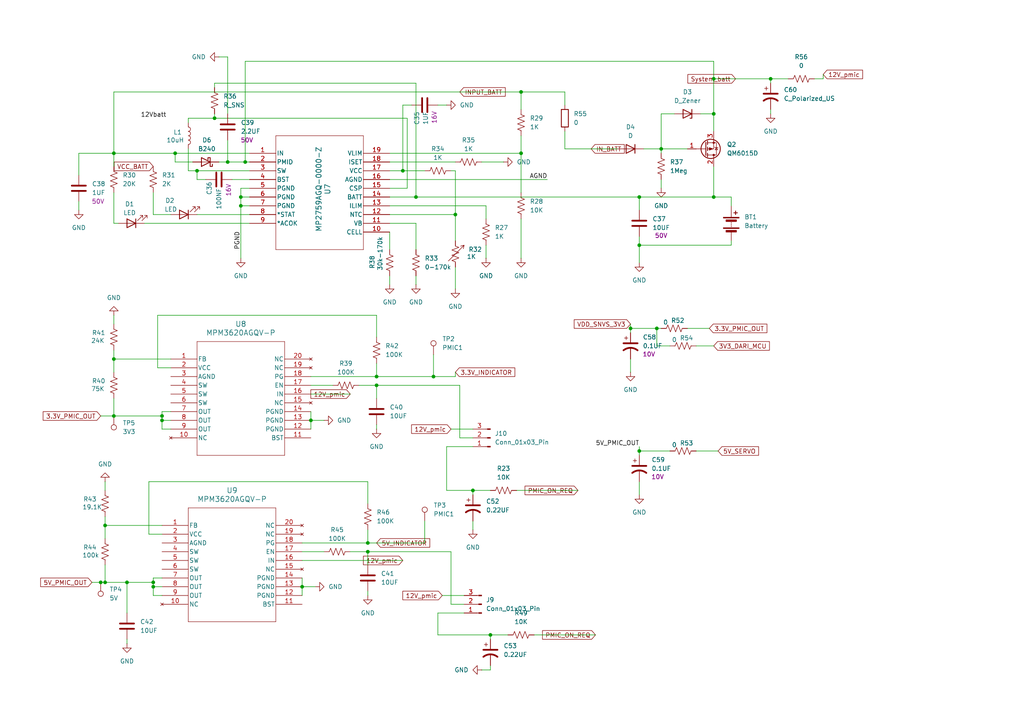
<source format=kicad_sch>
(kicad_sch (version 20231120) (generator "eeschema") (generator_version "8.0")
  (paper "A4")
  (lib_symbols
    (symbol "Connector:Conn_01x03_Pin" (pin_names (offset 1.016) hide)
      (property "Reference" "J" (at 0 5.08 0))
      (property "Value" "Conn_01x03_Pin" (at 0 -5.08 0))
      (symbol "Conn_01x03_Pin_1_1"
        (polyline (pts (xy 1.27 -2.54) (xy 0.8636 -2.54)) (stroke (width 0.1524)))
        (polyline (pts (xy 1.27 0) (xy 0.8636 0)) (stroke (width 0.1524)))
        (polyline (pts (xy 1.27 2.54) (xy 0.8636 2.54)) (stroke (width 0.1524)))
        (rectangle (start 0.8636 -2.413) (end 0 -2.667) (stroke (width 0.1524)) (fill (type outline)))
        (rectangle (start 0.8636 0.127) (end 0 -0.127) (stroke (width 0.1524)) (fill (type outline)))
        (rectangle (start 0.8636 2.667) (end 0 2.413) (stroke (width 0.1524)) (fill (type outline)))
        (pin passive line (at 5.08 2.54 180) (length 3.81) (name "Pin_1") (number "1"))
        (pin passive line (at 5.08 0 180) (length 3.81) (name "Pin_2") (number "2"))
        (pin passive line (at 5.08 -2.54 180) (length 3.81) (name "Pin_3") (number "3"))
      )
    )
    (symbol "Connector:TestPoint" (pin_numbers hide) (pin_names (offset 0.762) hide)
      (property "Reference" "TP" (at 0 6.858 0))
      (property "Value" "TestPoint" (at 0 5.08 0))
      (symbol "TestPoint_0_1"
        (circle (center 0 3.302) (radius 0.762))
      )
      (symbol "TestPoint_1_1"
        (pin passive line (at 0 0 90) (length 2.54) (name "1") (number "1"))
      )
    )
    (symbol "Device:Battery" (pin_numbers hide) (pin_names (offset 0) hide)
      (property "Reference" "BT" (at 2.54 2.54 0))
      (property "Value" "Battery" (at 2.54 0 0))
      (symbol "Battery_0_1"
        (rectangle (start -2.286 -1.27) (end 2.286 -1.524) (fill (type outline)))
        (rectangle (start -2.286 1.778) (end 2.286 1.524) (fill (type outline)))
        (rectangle (start -1.524 -2.032) (end 1.524 -2.54) (fill (type outline)))
        (rectangle (start -1.524 1.016) (end 1.524 0.508) (fill (type outline)))
        (polyline (pts (xy 0 -1.016) (xy 0 -0.762)))
        (polyline (pts (xy 0 -0.508) (xy 0 -0.254)))
        (polyline (pts (xy 0 0) (xy 0 0.254)))
        (polyline (pts (xy 0 1.778) (xy 0 2.54)))
        (polyline (pts (xy 0.762 3.048) (xy 1.778 3.048)) (stroke (width 0.254)))
        (polyline (pts (xy 1.27 3.556) (xy 1.27 2.54)) (stroke (width 0.254)))
      )
      (symbol "Battery_1_1"
        (pin passive line (at 0 5.08 270) (length 2.54) (name "+") (number "1"))
        (pin passive line (at 0 -5.08 90) (length 2.54) (name "-") (number "2"))
      )
    )
    (symbol "Device:C" (pin_numbers hide) (pin_names (offset 0.254))
      (property "Reference" "C" (at 0.635 2.54 0))
      (property "Value" "C" (at 0.635 -2.54 0))
      (symbol "C_0_1"
        (polyline (pts (xy -2.032 -0.762) (xy 2.032 -0.762)) (stroke (width 0.508)))
        (polyline (pts (xy -2.032 0.762) (xy 2.032 0.762)) (stroke (width 0.508)))
      )
      (symbol "C_1_1"
        (pin passive line (at 0 3.81 270) (length 2.794) (name "~") (number "1"))
        (pin passive line (at 0 -3.81 90) (length 2.794) (name "~") (number "2"))
      )
    )
    (symbol "Device:C_Polarized_US" (pin_numbers hide) (pin_names (offset 0.254) hide)
      (property "Reference" "C" (at 0.635 2.54 0))
      (property "Value" "C_Polarized_US" (at 0.635 -2.54 0))
      (symbol "C_Polarized_US_0_1"
        (polyline (pts (xy -2.032 0.762) (xy 2.032 0.762)) (stroke (width 0.508)))
        (polyline (pts (xy -1.778 2.286) (xy -0.762 2.286)))
        (polyline (pts (xy -1.27 1.778) (xy -1.27 2.794)))
        (arc (start 2.032 -1.27) (mid 0 -0.5572) (end -2.032 -1.27) (stroke (width 0.508)))
      )
      (symbol "C_Polarized_US_1_1"
        (pin passive line (at 0 3.81 270) (length 2.794) (name "~") (number "1"))
        (pin passive line (at 0 -3.81 90) (length 3.302) (name "~") (number "2"))
      )
    )
    (symbol "Device:D" (pin_numbers hide) (pin_names (offset 1.016) hide)
      (property "Reference" "D" (at 0 2.54 0))
      (property "Value" "D" (at 0 -2.54 0))
      (symbol "D_0_1"
        (polyline (pts (xy -1.27 1.27) (xy -1.27 -1.27)) (stroke (width 0.254)))
        (polyline (pts (xy 1.27 0) (xy -1.27 0)))
        (polyline (pts (xy 1.27 1.27) (xy 1.27 -1.27) (xy -1.27 0) (xy 1.27 1.27)) (stroke (width 0.254)))
      )
      (symbol "D_1_1"
        (pin passive line (at -3.81 0 0) (length 2.54) (name "K") (number "1"))
        (pin passive line (at 3.81 0 180) (length 2.54) (name "A") (number "2"))
      )
    )
    (symbol "Device:D_Zener" (pin_numbers hide) (pin_names (offset 1.016) hide)
      (property "Reference" "D" (at 0 2.54 0))
      (property "Value" "D_Zener" (at 0 -2.54 0))
      (symbol "D_Zener_0_1"
        (polyline (pts (xy 1.27 0) (xy -1.27 0)))
        (polyline (pts (xy -1.27 -1.27) (xy -1.27 1.27) (xy -0.762 1.27)) (stroke (width 0.254)))
        (polyline (pts (xy 1.27 -1.27) (xy 1.27 1.27) (xy -1.27 0) (xy 1.27 -1.27)) (stroke (width 0.254)))
      )
      (symbol "D_Zener_1_1"
        (pin passive line (at -3.81 0 0) (length 2.54) (name "K") (number "1"))
        (pin passive line (at 3.81 0 180) (length 2.54) (name "A") (number "2"))
      )
    )
    (symbol "Device:L" (pin_numbers hide) (pin_names (offset 1.016) hide)
      (property "Reference" "L" (at -1.27 0 90))
      (property "Value" "L" (at 1.905 0 90))
      (symbol "L_0_1"
        (arc (start 0 -2.54) (mid 0.6323 -1.905) (end 0 -1.27))
        (arc (start 0 -1.27) (mid 0.6323 -0.635) (end 0 0))
        (arc (start 0 0) (mid 0.6323 0.635) (end 0 1.27))
        (arc (start 0 1.27) (mid 0.6323 1.905) (end 0 2.54))
      )
      (symbol "L_1_1"
        (pin passive line (at 0 3.81 270) (length 1.27) (name "1") (number "1"))
        (pin passive line (at 0 -3.81 90) (length 1.27) (name "2") (number "2"))
      )
    )
    (symbol "Device:LED" (pin_numbers hide) (pin_names (offset 1.016) hide)
      (property "Reference" "D" (at 0 2.54 0))
      (property "Value" "LED" (at 0 -2.54 0))
      (symbol "LED_0_1"
        (polyline (pts (xy -1.27 -1.27) (xy -1.27 1.27)) (stroke (width 0.254)))
        (polyline (pts (xy -1.27 0) (xy 1.27 0)))
        (polyline (pts (xy 1.27 -1.27) (xy 1.27 1.27) (xy -1.27 0) (xy 1.27 -1.27)) (stroke (width 0.254)))
        (polyline (pts (xy -3.048 -0.762) (xy -4.572 -2.286) (xy -3.81 -2.286) (xy -4.572 -2.286) (xy -4.572 -1.524)))
        (polyline (pts (xy -1.778 -0.762) (xy -3.302 -2.286) (xy -2.54 -2.286) (xy -3.302 -2.286) (xy -3.302 -1.524)))
      )
      (symbol "LED_1_1"
        (pin passive line (at -3.81 0 0) (length 2.54) (name "K") (number "1"))
        (pin passive line (at 3.81 0 180) (length 2.54) (name "A") (number "2"))
      )
    )
    (symbol "Device:R" (pin_numbers hide) (pin_names (offset 0))
      (property "Reference" "R" (at 2.032 0 90))
      (property "Value" "R" (at 0 0 90))
      (symbol "R_0_1"
        (rectangle (start -1.016 -2.54) (end 1.016 2.54) (stroke (width 0.254)))
      )
      (symbol "R_1_1"
        (pin passive line (at 0 3.81 270) (length 1.27) (name "~") (number "1"))
        (pin passive line (at 0 -3.81 90) (length 1.27) (name "~") (number "2"))
      )
    )
    (symbol "Device:R_US" (pin_numbers hide) (pin_names (offset 0))
      (property "Reference" "R" (at 2.54 0 90))
      (property "Value" "R_US" (at -2.54 0 90))
      (symbol "R_US_0_1"
        (polyline (pts (xy 0 -2.286) (xy 0 -2.54)))
        (polyline (pts (xy 0 2.286) (xy 0 2.54)))
        (polyline (pts (xy 0 -0.762) (xy 1.016 -1.143) (xy 0 -1.524) (xy -1.016 -1.905) (xy 0 -2.286)))
        (polyline (pts (xy 0 0.762) (xy 1.016 0.381) (xy 0 0) (xy -1.016 -0.381) (xy 0 -0.762)))
        (polyline (pts (xy 0 2.286) (xy 1.016 1.905) (xy 0 1.524) (xy -1.016 1.143) (xy 0 0.762)))
      )
      (symbol "R_US_1_1"
        (pin passive line (at 0 3.81 270) (length 1.27) (name "~") (number "1"))
        (pin passive line (at 0 -3.81 90) (length 1.27) (name "~") (number "2"))
      )
    )
    (symbol "Device:R_Variable_US" (pin_numbers hide) (pin_names (offset 0))
      (property "Reference" "R" (at 2.54 -2.54 90))
      (property "Value" "R_Variable_US" (at -2.54 -1.27 90))
      (symbol "R_Variable_US_0_1"
        (polyline (pts (xy 0 -2.286) (xy 0 -2.54)))
        (polyline (pts (xy 0 2.286) (xy 0 2.54)))
        (polyline (pts (xy 0 -0.762) (xy 1.016 -1.143) (xy 0 -1.524) (xy -1.016 -1.905) (xy 0 -2.286)))
        (polyline (pts (xy 0 0.762) (xy 1.016 0.381) (xy 0 0) (xy -1.016 -0.381) (xy 0 -0.762)))
        (polyline (pts (xy 0 2.286) (xy 1.016 1.905) (xy 0 1.524) (xy -1.016 1.143) (xy 0 0.762)) (stroke (width 0.1524)))
        (polyline (pts (xy 2.286 1.524) (xy 2.54 2.54) (xy 1.524 2.286) (xy 2.54 2.54) (xy -2.032 -2.032)) (stroke (width 0.1524)))
      )
      (symbol "R_Variable_US_1_1"
        (pin passive line (at 0 3.81 270) (length 1.27) (name "~") (number "1"))
        (pin passive line (at 0 -3.81 90) (length 1.27) (name "~") (number "2"))
      )
    )
    (symbol "Diode:B240" (pin_numbers hide) (pin_names (offset 1.016) hide)
      (property "Reference" "D" (at 0 2.54 0))
      (property "Value" "B240" (at 0 -2.54 0))
      (symbol "B240_0_1"
        (polyline (pts (xy 1.27 0) (xy -1.27 0)))
        (polyline (pts (xy 1.27 1.27) (xy 1.27 -1.27) (xy -1.27 0) (xy 1.27 1.27)) (stroke (width 0.254)))
        (polyline (pts (xy -1.905 0.635) (xy -1.905 1.27) (xy -1.27 1.27) (xy -1.27 -1.27) (xy -0.635 -1.27) (xy -0.635 -0.635)) (stroke (width 0.254)))
      )
      (symbol "B240_1_1"
        (pin passive line (at -3.81 0 0) (length 2.54) (name "K") (number "1"))
        (pin passive line (at 3.81 0 180) (length 2.54) (name "A") (number "2"))
      )
    )
    (symbol "PMIC:MP2759AGQ-0000-Z" (pin_names (offset 0.254))
      (property "Reference" "U" (at 20.32 10.16 0))
      (property "Value" "MP2759AGQ-0000-Z" (at 20.32 7.62 0))
      (symbol "MP2759AGQ-0000-Z_0_1"
        (polyline (pts (xy 7.62 -27.94) (xy 33.02 -27.94)) (stroke (width 0.127)))
        (polyline (pts (xy 7.62 5.08) (xy 7.62 -27.94)) (stroke (width 0.127)))
        (polyline (pts (xy 33.02 -27.94) (xy 33.02 5.08)) (stroke (width 0.127)))
        (polyline (pts (xy 33.02 5.08) (xy 7.62 5.08)) (stroke (width 0.127)))
        (pin power_in line (at 0 0 0) (length 7.62) (name "IN") (number "1"))
        (pin input line (at 40.64 -22.86 180) (length 7.62) (name "CELL") (number "10"))
        (pin input line (at 40.64 -20.32 180) (length 7.62) (name "VB") (number "11"))
        (pin input line (at 40.64 -17.78 180) (length 7.62) (name "NTC") (number "12"))
        (pin input line (at 40.64 -15.24 180) (length 7.62) (name "ILIM") (number "13"))
        (pin input line (at 40.64 -12.7 180) (length 7.62) (name "BATT") (number "14"))
        (pin input line (at 40.64 -10.16 180) (length 7.62) (name "CSP") (number "15"))
        (pin power_in line (at 40.64 -7.62 180) (length 7.62) (name "AGND") (number "16"))
        (pin power_in line (at 40.64 -5.08 180) (length 7.62) (name "VCC") (number "17"))
        (pin input line (at 40.64 -2.54 180) (length 7.62) (name "ISET") (number "18"))
        (pin input line (at 40.64 0 180) (length 7.62) (name "VLIM") (number "19"))
        (pin power_in line (at 0 -2.54 0) (length 7.62) (name "PMID") (number "2"))
        (pin power_in line (at 0 -5.08 0) (length 7.62) (name "SW") (number "3"))
        (pin power_in line (at 0 -7.62 0) (length 7.62) (name "BST") (number "4"))
        (pin power_in line (at 0 -10.16 0) (length 7.62) (name "PGND") (number "5"))
        (pin power_in line (at 0 -12.7 0) (length 7.62) (name "PGND") (number "6"))
        (pin power_in line (at 0 -15.24 0) (length 7.62) (name "PGND") (number "7"))
        (pin output line (at 0 -17.78 0) (length 7.62) (name "*STAT") (number "8"))
        (pin output line (at 0 -20.32 0) (length 7.62) (name "*ACOK") (number "9"))
      )
    )
    (symbol "Transistor_FET:QM6015D" (pin_names hide)
      (property "Reference" "Q" (at 5.08 1.905 0))
      (property "Value" "QM6015D" (at 5.08 0 0))
      (symbol "QM6015D_0_1"
        (polyline (pts (xy 0.254 0) (xy -2.54 0)))
        (polyline (pts (xy 0.254 1.905) (xy 0.254 -1.905)) (stroke (width 0.254)))
        (polyline (pts (xy 0.762 -1.27) (xy 0.762 -2.286)) (stroke (width 0.254)))
        (polyline (pts (xy 0.762 0.508) (xy 0.762 -0.508)) (stroke (width 0.254)))
        (polyline (pts (xy 0.762 2.286) (xy 0.762 1.27)) (stroke (width 0.254)))
        (polyline (pts (xy 2.54 2.54) (xy 2.54 1.778)))
        (polyline (pts (xy 2.54 -2.54) (xy 2.54 0) (xy 0.762 0)))
        (polyline (pts (xy 0.762 1.778) (xy 3.302 1.778) (xy 3.302 -1.778) (xy 0.762 -1.778)))
        (polyline (pts (xy 2.286 0) (xy 1.27 0.381) (xy 1.27 -0.381) (xy 2.286 0)) (fill (type outline)))
        (polyline (pts (xy 2.794 -0.508) (xy 2.921 -0.381) (xy 3.683 -0.381) (xy 3.81 -0.254)))
        (polyline (pts (xy 3.302 -0.381) (xy 2.921 0.254) (xy 3.683 0.254) (xy 3.302 -0.381)))
        (circle (center 1.651 0) (radius 2.794) (stroke (width 0.254)))
        (circle (center 2.54 -1.778) (radius 0.254) (fill (type outline)))
        (circle (center 2.54 1.778) (radius 0.254) (fill (type outline)))
      )
      (symbol "QM6015D_1_1"
        (pin passive line (at -5.08 0 0) (length 2.54) (name "G") (number "1"))
        (pin passive line (at 2.54 5.08 270) (length 2.54) (name "D") (number "2"))
        (pin passive line (at 2.54 -5.08 90) (length 2.54) (name "S") (number "3"))
      )
    )
    (symbol "pmic2:MPM3620AGQV-P" (pin_names (offset 0.254))
      (property "Reference" "U" (at 20.32 10.16 0))
      (property "Value" "MPM3620AGQV-P" (at 20.32 7.62 0))
      (symbol "MPM3620AGQV-P_0_1"
        (polyline (pts (xy 7.62 -27.94) (xy 33.02 -27.94)) (stroke (width 0.127)))
        (polyline (pts (xy 7.62 5.08) (xy 7.62 -27.94)) (stroke (width 0.127)))
        (polyline (pts (xy 33.02 -27.94) (xy 33.02 5.08)) (stroke (width 0.127)))
        (polyline (pts (xy 33.02 5.08) (xy 7.62 5.08)) (stroke (width 0.127)))
        (pin input line (at 0 0 0) (length 7.62) (name "FB") (number "1"))
        (pin no_connect line (at 0 -22.86 0) (length 7.62) (name "NC") (number "10"))
        (pin unspecified line (at 40.64 -22.86 180) (length 7.62) (name "BST") (number "11"))
        (pin power_out line (at 40.64 -20.32 180) (length 7.62) (name "PGND") (number "12"))
        (pin power_out line (at 40.64 -17.78 180) (length 7.62) (name "PGND") (number "13"))
        (pin power_out line (at 40.64 -15.24 180) (length 7.62) (name "PGND") (number "14"))
        (pin no_connect line (at 40.64 -12.7 180) (length 7.62) (name "NC") (number "15"))
        (pin power_in line (at 40.64 -10.16 180) (length 7.62) (name "IN") (number "16"))
        (pin unspecified line (at 40.64 -7.62 180) (length 7.62) (name "EN") (number "17"))
        (pin output line (at 40.64 -5.08 180) (length 7.62) (name "PG") (number "18"))
        (pin no_connect line (at 40.64 -2.54 180) (length 7.62) (name "NC") (number "19"))
        (pin power_in line (at 0 -2.54 0) (length 7.62) (name "VCC") (number "2"))
        (pin no_connect line (at 40.64 0 180) (length 7.62) (name "NC") (number "20"))
        (pin power_out line (at 0 -5.08 0) (length 7.62) (name "AGND") (number "3"))
        (pin output line (at 0 -7.62 0) (length 7.62) (name "SW") (number "4"))
        (pin output line (at 0 -10.16 0) (length 7.62) (name "SW") (number "5"))
        (pin output line (at 0 -12.7 0) (length 7.62) (name "SW") (number "6"))
        (pin output line (at 0 -15.24 0) (length 7.62) (name "OUT") (number "7"))
        (pin output line (at 0 -17.78 0) (length 7.62) (name "OUT") (number "8"))
        (pin output line (at 0 -20.32 0) (length 7.62) (name "OUT") (number "9"))
      )
    )
    (symbol "power:GND" (power) (pin_numbers hide) (pin_names (offset 0) hide)
      (property "Value" "GND" (at 0 -3.81 0))
      (symbol "GND_0_1"
        (polyline (pts (xy 0 0) (xy 0 -1.27) (xy 1.27 -1.27) (xy 0 -2.54) (xy -1.27 -1.27) (xy 0 -1.27)))
      )
      (symbol "GND_1_1"
        (pin power_in line (at 0 0 270) (length 0) (name "~") (number "1"))
      )
    )
  )
  (junction (at 125.73 109.22))
  (junction (at 33.02 44.45))
  (junction (at 223.52 22.86))
  (junction (at 29.21 168.91))
  (junction (at 207.01 33.02))
  (junction (at 116.84 49.53))
  (junction (at 69.85 59.69))
  (junction (at 182.88 95.25))
  (junction (at 62.23 34.29))
  (junction (at 185.42 57.15))
  (junction (at 66.04 46.99))
  (junction (at 46.99 121.92))
  (junction (at 106.68 157.48))
  (junction (at 142.24 184.15))
  (junction (at 190.5 95.25))
  (junction (at 90.17 121.92))
  (junction (at 44.45 170.18))
  (junction (at 109.22 111.76))
  (junction (at 151.13 44.45))
  (junction (at 185.42 71.12))
  (junction (at 207.01 57.15))
  (junction (at 50.8 44.45))
  (junction (at 151.13 26.67))
  (junction (at 120.65 57.15))
  (junction (at 71.12 46.99))
  (junction (at 33.02 104.14))
  (junction (at 36.83 168.91))
  (junction (at 46.99 120.65))
  (junction (at 132.08 62.23))
  (junction (at 44.45 168.91))
  (junction (at 137.16 142.24))
  (junction (at 207.01 22.86))
  (junction (at 109.22 109.22))
  (junction (at 106.68 160.02))
  (junction (at 33.02 120.65))
  (junction (at 30.48 168.91))
  (junction (at 57.15 49.53))
  (junction (at 30.48 152.4))
  (junction (at 191.77 43.18))
  (junction (at 87.63 170.18))
  (junction (at 185.42 130.81))
  (junction (at 69.85 57.15))
  (wire (pts (xy 62.23 34.29) (xy 54.61 34.29)))
  (wire (pts (xy 29.21 120.65) (xy 33.02 120.65)))
  (wire (pts (xy 33.02 44.45) (xy 50.8 44.45)))
  (wire (pts (xy 46.99 120.65) (xy 46.99 121.92)))
  (wire (pts (xy 22.86 58.42) (xy 22.86 60.96)))
  (wire (pts (xy 104.14 111.76) (xy 109.22 111.76)))
  (wire (pts (xy 69.85 57.15) (xy 69.85 54.61)))
  (wire (pts (xy 123.19 157.48) (xy 106.68 157.48)))
  (wire (pts (xy 87.63 167.64) (xy 87.63 170.18)))
  (wire (pts (xy 62.23 24.13) (xy 62.23 25.4)))
  (wire (pts (xy 113.03 57.15) (xy 120.65 57.15)))
  (wire (pts (xy 129.54 129.54) (xy 137.16 129.54)))
  (wire (pts (xy 132.08 77.47) (xy 132.08 83.82)))
  (wire (pts (xy 130.81 49.53) (xy 132.08 49.53)))
  (wire (pts (xy 22.86 50.8) (xy 22.86 44.45)))
  (wire (pts (xy 113.03 44.45) (xy 151.13 44.45)))
  (wire (pts (xy 87.63 170.18) (xy 91.44 170.18)))
  (wire (pts (xy 44.45 167.64) (xy 46.99 167.64)))
  (wire (pts (xy 50.8 44.45) (xy 72.39 44.45)))
  (wire (pts (xy 44.45 170.18) (xy 44.45 172.72)))
  (wire (pts (xy 207.01 17.78) (xy 207.01 22.86)))
  (wire (pts (xy 223.52 22.86) (xy 228.6 22.86)))
  (wire (pts (xy 191.77 44.45) (xy 191.77 43.18)))
  (wire (pts (xy 185.42 139.7) (xy 185.42 143.51)))
  (wire (pts (xy 30.48 139.7) (xy 30.48 142.24)))
  (wire (pts (xy 69.85 59.69) (xy 69.85 57.15)))
  (wire (pts (xy 133.35 111.76) (xy 133.35 127)))
  (wire (pts (xy 207.01 33.02) (xy 203.2 33.02)))
  (wire (pts (xy 140.97 59.69) (xy 140.97 63.5)))
  (wire (pts (xy 113.03 52.07) (xy 158.75 52.07)))
  (wire (pts (xy 125.73 102.87) (xy 125.73 109.22)))
  (wire (pts (xy 208.28 130.81) (xy 201.93 130.81)))
  (wire (pts (xy 106.68 139.7) (xy 106.68 146.05)))
  (wire (pts (xy 130.81 160.02) (xy 106.68 160.02)))
  (wire (pts (xy 44.45 168.91) (xy 44.45 170.18)))
  (wire (pts (xy 109.22 111.76) (xy 109.22 115.57)))
  (wire (pts (xy 113.03 49.53) (xy 116.84 49.53)))
  (wire (pts (xy 33.02 115.57) (xy 33.02 120.65)))
  (wire (pts (xy 90.17 114.3) (xy 101.6 114.3)))
  (wire (pts (xy 137.16 142.24) (xy 142.24 142.24)))
  (wire (pts (xy 44.45 172.72) (xy 46.99 172.72)))
  (wire (pts (xy 29.21 168.91) (xy 30.48 168.91)))
  (wire (pts (xy 57.15 52.07) (xy 57.15 49.53)))
  (wire (pts (xy 212.09 69.85) (xy 212.09 71.12)))
  (wire (pts (xy 120.65 24.13) (xy 120.65 57.15)))
  (wire (pts (xy 128.27 172.72) (xy 134.62 172.72)))
  (wire (pts (xy 113.03 62.23) (xy 132.08 62.23)))
  (wire (pts (xy 191.77 33.02) (xy 191.77 43.18)))
  (wire (pts (xy 151.13 39.37) (xy 151.13 44.45)))
  (wire (pts (xy 54.61 34.29) (xy 54.61 35.56)))
  (wire (pts (xy 33.02 44.45) (xy 33.02 48.26)))
  (wire (pts (xy 57.15 49.53) (xy 72.39 49.53)))
  (wire (pts (xy 66.04 46.99) (xy 71.12 46.99)))
  (wire (pts (xy 109.22 91.44) (xy 109.22 97.79)))
  (wire (pts (xy 185.42 57.15) (xy 120.65 57.15)))
  (wire (pts (xy 120.65 24.13) (xy 62.23 24.13)))
  (wire (pts (xy 130.81 124.46) (xy 137.16 124.46)))
  (wire (pts (xy 130.81 160.02) (xy 130.81 175.26)))
  (wire (pts (xy 45.72 91.44) (xy 109.22 91.44)))
  (wire (pts (xy 30.48 163.83) (xy 30.48 168.91)))
  (wire (pts (xy 116.84 49.53) (xy 116.84 30.48)))
  (wire (pts (xy 101.6 160.02) (xy 106.68 160.02)))
  (wire (pts (xy 33.02 91.44) (xy 33.02 93.98)))
  (wire (pts (xy 54.61 43.18) (xy 54.61 49.53)))
  (wire (pts (xy 57.15 62.23) (xy 72.39 62.23)))
  (wire (pts (xy 137.16 151.13) (xy 137.16 153.67)))
  (wire (pts (xy 154.94 184.15) (xy 172.72 184.15)))
  (wire (pts (xy 41.91 64.77) (xy 72.39 64.77)))
  (wire (pts (xy 113.03 54.61) (xy 118.11 54.61)))
  (wire (pts (xy 46.99 154.94) (xy 43.18 154.94)))
  (wire (pts (xy 120.65 64.77) (xy 120.65 72.39)))
  (wire (pts (xy 45.72 106.68) (xy 45.72 91.44)))
  (wire (pts (xy 207.01 22.86) (xy 223.52 22.86)))
  (wire (pts (xy 140.97 71.12) (xy 140.97 74.93)))
  (wire (pts (xy 182.88 95.25) (xy 190.5 95.25)))
  (wire (pts (xy 207.01 33.02) (xy 207.01 38.1)))
  (wire (pts (xy 90.17 111.76) (xy 96.52 111.76)))
  (wire (pts (xy 185.42 71.12) (xy 212.09 71.12)))
  (wire (pts (xy 113.03 59.69) (xy 140.97 59.69)))
  (wire (pts (xy 69.85 59.69) (xy 69.85 74.93)))
  (wire (pts (xy 63.5 16.51) (xy 66.04 16.51)))
  (wire (pts (xy 43.18 154.94) (xy 43.18 139.7)))
  (wire (pts (xy 46.99 119.38) (xy 46.99 120.65)))
  (wire (pts (xy 33.02 44.45) (xy 33.02 26.67)))
  (wire (pts (xy 151.13 26.67) (xy 151.13 31.75)))
  (wire (pts (xy 132.08 107.95) (xy 132.08 109.22)))
  (wire (pts (xy 26.67 168.91) (xy 29.21 168.91)))
  (wire (pts (xy 113.03 46.99) (xy 132.08 46.99)))
  (wire (pts (xy 132.08 109.22) (xy 125.73 109.22)))
  (wire (pts (xy 30.48 168.91) (xy 36.83 168.91)))
  (wire (pts (xy 185.42 71.12) (xy 185.42 76.2)))
  (wire (pts (xy 113.03 67.31) (xy 113.03 72.39)))
  (wire (pts (xy 54.61 49.53) (xy 57.15 49.53)))
  (wire (pts (xy 185.42 60.96) (xy 185.42 57.15)))
  (wire (pts (xy 149.86 142.24) (xy 167.64 142.24)))
  (wire (pts (xy 185.42 130.81) (xy 185.42 132.08)))
  (wire (pts (xy 127 30.48) (xy 129.54 30.48)))
  (wire (pts (xy 106.68 160.02) (xy 106.68 163.83)))
  (wire (pts (xy 137.16 142.24) (xy 137.16 143.51)))
  (wire (pts (xy 190.5 100.33) (xy 190.5 95.25)))
  (wire (pts (xy 22.86 44.45) (xy 33.02 44.45)))
  (wire (pts (xy 127 177.8) (xy 134.62 177.8)))
  (wire (pts (xy 30.48 152.4) (xy 46.99 152.4)))
  (wire (pts (xy 142.24 184.15) (xy 147.32 184.15)))
  (wire (pts (xy 212.09 57.15) (xy 207.01 57.15)))
  (wire (pts (xy 71.12 17.78) (xy 71.12 46.99)))
  (wire (pts (xy 207.01 48.26) (xy 207.01 57.15)))
  (wire (pts (xy 129.54 142.24) (xy 137.16 142.24)))
  (wire (pts (xy 182.88 95.25) (xy 182.88 96.52)))
  (wire (pts (xy 134.62 175.26) (xy 130.81 175.26)))
  (wire (pts (xy 87.63 162.56) (xy 116.84 162.56)))
  (wire (pts (xy 142.24 184.15) (xy 142.24 185.42)))
  (wire (pts (xy 43.18 139.7) (xy 106.68 139.7)))
  (wire (pts (xy 163.83 43.18) (xy 179.07 43.18)))
  (wire (pts (xy 142.24 194.31) (xy 142.24 193.04)))
  (wire (pts (xy 46.99 119.38) (xy 49.53 119.38)))
  (wire (pts (xy 151.13 63.5) (xy 151.13 74.93)))
  (wire (pts (xy 118.11 34.29) (xy 62.23 34.29)))
  (wire (pts (xy 191.77 43.18) (xy 199.39 43.18)))
  (wire (pts (xy 90.17 119.38) (xy 90.17 121.92)))
  (wire (pts (xy 69.85 57.15) (xy 72.39 57.15)))
  (wire (pts (xy 55.88 46.99) (xy 50.8 46.99)))
  (wire (pts (xy 30.48 156.21) (xy 30.48 152.4)))
  (wire (pts (xy 59.69 52.07) (xy 57.15 52.07)))
  (wire (pts (xy 66.04 40.64) (xy 66.04 46.99)))
  (wire (pts (xy 185.42 68.58) (xy 185.42 71.12)))
  (wire (pts (xy 62.23 33.02) (xy 62.23 34.29)))
  (wire (pts (xy 109.22 109.22) (xy 125.73 109.22)))
  (wire (pts (xy 185.42 129.54) (xy 185.42 130.81)))
  (wire (pts (xy 63.5 46.99) (xy 66.04 46.99)))
  (wire (pts (xy 205.74 95.25) (xy 199.39 95.25)))
  (wire (pts (xy 33.02 101.6) (xy 33.02 104.14)))
  (wire (pts (xy 212.09 59.69) (xy 212.09 57.15)))
  (wire (pts (xy 106.68 153.67) (xy 106.68 157.48)))
  (wire (pts (xy 163.83 38.1) (xy 163.83 43.18)))
  (wire (pts (xy 113.03 64.77) (xy 120.65 64.77)))
  (wire (pts (xy 123.19 151.13) (xy 123.19 157.48)))
  (wire (pts (xy 118.11 54.61) (xy 118.11 34.29)))
  (wire (pts (xy 132.08 62.23) (xy 132.08 69.85)))
  (wire (pts (xy 116.84 30.48) (xy 119.38 30.48)))
  (wire (pts (xy 194.31 100.33) (xy 190.5 100.33)))
  (wire (pts (xy 30.48 149.86) (xy 30.48 152.4)))
  (wire (pts (xy 33.02 104.14) (xy 49.53 104.14)))
  (wire (pts (xy 127 177.8) (xy 127 184.15)))
  (wire (pts (xy 132.08 49.53) (xy 132.08 62.23)))
  (wire (pts (xy 90.17 121.92) (xy 90.17 124.46)))
  (wire (pts (xy 139.7 46.99) (xy 146.05 46.99)))
  (wire (pts (xy 44.45 55.88) (xy 44.45 62.23)))
  (wire (pts (xy 191.77 52.07) (xy 191.77 54.61)))
  (wire (pts (xy 33.02 107.95) (xy 33.02 104.14)))
  (wire (pts (xy 185.42 130.81) (xy 194.31 130.81)))
  (wire (pts (xy 207.01 22.86) (xy 207.01 33.02)))
  (wire (pts (xy 113.03 80.01) (xy 113.03 82.55)))
  (wire (pts (xy 46.99 124.46) (xy 49.53 124.46)))
  (wire (pts (xy 207.01 17.78) (xy 71.12 17.78)))
  (wire (pts (xy 36.83 168.91) (xy 44.45 168.91)))
  (wire (pts (xy 46.99 121.92) (xy 49.53 121.92)))
  (wire (pts (xy 186.69 43.18) (xy 191.77 43.18)))
  (wire (pts (xy 182.88 93.98) (xy 182.88 95.25)))
  (wire (pts (xy 201.93 100.33) (xy 207.01 100.33)))
  (wire (pts (xy 223.52 24.13) (xy 223.52 22.86)))
  (wire (pts (xy 116.84 49.53) (xy 123.19 49.53)))
  (wire (pts (xy 195.58 33.02) (xy 191.77 33.02)))
  (wire (pts (xy 66.04 16.51) (xy 66.04 33.02)))
  (wire (pts (xy 69.85 54.61) (xy 72.39 54.61)))
  (wire (pts (xy 120.65 80.01) (xy 120.65 82.55)))
  (wire (pts (xy 87.63 160.02) (xy 93.98 160.02)))
  (wire (pts (xy 44.45 170.18) (xy 46.99 170.18)))
  (wire (pts (xy 223.52 33.02) (xy 223.52 31.75)))
  (wire (pts (xy 90.17 121.92) (xy 93.98 121.92)))
  (wire (pts (xy 133.35 111.76) (xy 109.22 111.76)))
  (wire (pts (xy 46.99 121.92) (xy 46.99 124.46)))
  (wire (pts (xy 163.83 30.48) (xy 163.83 26.67)))
  (wire (pts (xy 50.8 46.99) (xy 50.8 44.45)))
  (wire (pts (xy 129.54 129.54) (xy 129.54 142.24)))
  (wire (pts (xy 127 184.15) (xy 142.24 184.15)))
  (wire (pts (xy 109.22 105.41) (xy 109.22 109.22)))
  (wire (pts (xy 87.63 170.18) (xy 87.63 172.72)))
  (wire (pts (xy 33.02 64.77) (xy 34.29 64.77)))
  (wire (pts (xy 207.01 57.15) (xy 185.42 57.15)))
  (wire (pts (xy 33.02 26.67) (xy 151.13 26.67)))
  (wire (pts (xy 67.31 52.07) (xy 72.39 52.07)))
  (wire (pts (xy 36.83 177.8) (xy 36.83 168.91)))
  (wire (pts (xy 71.12 46.99) (xy 72.39 46.99)))
  (wire (pts (xy 109.22 123.19) (xy 109.22 124.46)))
  (wire (pts (xy 106.68 171.45) (xy 106.68 172.72)))
  (wire (pts (xy 36.83 185.42) (xy 36.83 186.69)))
  (wire (pts (xy 190.5 95.25) (xy 191.77 95.25)))
  (wire (pts (xy 238.76 21.59) (xy 238.76 22.86)))
  (wire (pts (xy 139.7 194.31) (xy 142.24 194.31)))
  (wire (pts (xy 44.45 62.23) (xy 49.53 62.23)))
  (wire (pts (xy 109.22 109.22) (xy 90.17 109.22)))
  (wire (pts (xy 106.68 157.48) (xy 87.63 157.48)))
  (wire (pts (xy 137.16 127) (xy 133.35 127)))
  (wire (pts (xy 69.85 59.69) (xy 72.39 59.69)))
  (wire (pts (xy 151.13 44.45) (xy 151.13 55.88)))
  (wire (pts (xy 182.88 104.14) (xy 182.88 107.95)))
  (wire (pts (xy 151.13 26.67) (xy 163.83 26.67)))
  (wire (pts (xy 49.53 106.68) (xy 45.72 106.68)))
  (wire (pts (xy 33.02 55.88) (xy 33.02 64.77)))
  (wire (pts (xy 44.45 167.64) (xy 44.45 168.91)))
  (wire (pts (xy 238.76 22.86) (xy 236.22 22.86)))
  (wire (pts (xy 33.02 120.65) (xy 46.99 120.65)))
  (label "12Vbatt" (at 48.26 34.29 180))
  (label "5V_PMIC_OUT" (at 185.42 129.54 180))
  (label "AGND" (at 158.75 52.07 180))
  (label "PGND" (at 69.85 72.39 90))
  (global_label "VCC_BATT" (shape input) (at 44.45 48.26 180) (property "Intersheetrefs" "${INTERSHEET_REFS}" (effects (hide yes))))
  (global_label "IN_BATT" (shape input) (at 171.45 43.18 0) (property "Intersheetrefs" "${INTERSHEET_REFS}" (effects (hide yes))))
  (global_label "12V_pmic" (shape input) (at 238.76 21.59 0) (property "Intersheetrefs" "${INTERSHEET_REFS}" (effects (hide yes))))
  (global_label "VDD_SNVS_3V3" (shape input) (at 182.88 93.98 180) (property "Intersheetrefs" "${INTERSHEET_REFS}" (effects (hide yes))))
  (global_label "5V_SERVO" (shape input) (at 208.28 130.81 0) (property "Intersheetrefs" "${INTERSHEET_REFS}" (effects (hide yes))))
  (global_label "INPUT_BATT" (shape input) (at 133.35 26.67 0) (property "Intersheetrefs" "${INTERSHEET_REFS}" (effects (hide yes))))
  (global_label "12V_pmic" (shape input) (at 101.6 114.3 180) (property "Intersheetrefs" "${INTERSHEET_REFS}" (effects (hide yes))))
  (global_label "12V_pmic" (shape input) (at 116.84 162.56 180) (property "Intersheetrefs" "${INTERSHEET_REFS}" (effects (hide yes))))
  (global_label "3.3V_PMIC_OUT" (shape input) (at 205.74 95.25 0) (property "Intersheetrefs" "${INTERSHEET_REFS}" (effects (hide yes))))
  (global_label "5V_PMIC_OUT" (shape input) (at 26.67 168.91 180) (property "Intersheetrefs" "${INTERSHEET_REFS}" (effects (hide yes))))
  (global_label "12V_pmic" (shape input) (at 130.81 124.46 180) (property "Intersheetrefs" "${INTERSHEET_REFS}" (effects (hide yes))))
  (global_label "3V3_DARI_MCU" (shape input) (at 207.01 100.33 0) (property "Intersheetrefs" "${INTERSHEET_REFS}" (effects (hide yes))))
  (global_label "System_batt" (shape input) (at 213.36 22.86 180) (property "Intersheetrefs" "${INTERSHEET_REFS}" (effects (hide yes))))
  (global_label "5V_INDICATOR" (shape input) (at 109.22 157.48 0) (property "Intersheetrefs" "${INTERSHEET_REFS}" (effects (hide yes))))
  (global_label "3.3V_INDICATOR" (shape input) (at 132.08 107.95 0) (property "Intersheetrefs" "${INTERSHEET_REFS}" (effects (hide yes))))
  (global_label "PMIC_ON_REQ" (shape input) (at 167.64 142.24 180) (property "Intersheetrefs" "${INTERSHEET_REFS}" (effects (hide yes))))
  (global_label "PMIC_ON_REQ" (shape input) (at 172.72 184.15 180) (property "Intersheetrefs" "${INTERSHEET_REFS}" (effects (hide yes))))
  (global_label "3.3V_PMIC_OUT" (shape input) (at 29.21 120.65 180) (property "Intersheetrefs" "${INTERSHEET_REFS}" (effects (hide yes))))
  (global_label "12V_pmic" (shape input) (at 128.27 172.72 180) (property "Intersheetrefs" "${INTERSHEET_REFS}" (effects (hide yes))))
  (symbol (lib_id "power:GND") (at 129.54 30.48 90) (unit 1)
    (property "Reference" "#PWR042" (effects (hide yes)))
    (property "Value" "GND" (at 133.35 30.4799 90) (effects (justify right)))
    (property "Description" "Power symbol creates a global label with name \"GND\" , ground" (effects (hide yes)))
  )
  (symbol (lib_id "Device:R_US") (at 127 49.53 90) (unit 1)
    (property "Reference" "R34" (at 127 43.18 90))
    (property "Value" "1K" (at 127 45.72 90))
    (property "Footprint" "Resistor_SMD:R_0402_1005Metric" (effects (hide yes)))
    (property "Description" "Resistor, US symbol" (effects (hide yes)))
  )
  (symbol (lib_id "Device:C") (at 109.22 119.38 0) (unit 1)
    (property "Reference" "C40" (at 113.03 118.1099 0) (effects (justify left)))
    (property "Value" "10UF" (at 113.03 120.6499 0) (effects (justify left)))
    (property "Footprint" "Capacitor_SMD:C_0603_1608Metric" (effects (hide yes)))
    (property "Description" "Unpolarized capacitor" (effects (hide yes)))
    (property "MANUFACTURER" "GRM188R61A106KE69D " (effects (hide yes)))
  )
  (symbol (lib_id "power:GND") (at 30.48 139.7 180) (unit 1)
    (property "Reference" "#PWR054" (effects (hide yes)))
    (property "Value" "GND" (at 30.48 134.62 0))
    (property "Description" "Power symbol creates a global label with name \"GND\" , ground" (effects (hide yes)))
  )
  (symbol (lib_id "Device:R_US") (at 30.48 160.02 0) (unit 1)
    (property "Reference" "R44" (at 24.13 158.75 0) (effects (justify left)))
    (property "Value" "100k" (at 23.876 161.036 0) (effects (justify left)))
    (property "Footprint" "Resistor_SMD:R_0402_1005Metric" (effects (hide yes)))
    (property "Description" "Resistor, US symbol" (effects (hide yes)))
  )
  (symbol (lib_id "power:GND") (at 36.83 186.69 0) (unit 1)
    (property "Reference" "#PWR053" (effects (hide yes)))
    (property "Value" "GND" (at 36.83 191.77 0))
    (property "Description" "Power symbol creates a global label with name \"GND\" , ground" (effects (hide yes)))
  )
  (symbol (lib_id "power:GND") (at 113.03 82.55 0) (unit 1)
    (property "Reference" "#PWR048" (effects (hide yes)))
    (property "Value" "GND" (at 113.03 87.63 0))
    (property "Description" "Power symbol creates a global label with name \"GND\" , ground" (effects (hide yes)))
  )
  (symbol (lib_id "power:GND") (at 132.08 83.82 0) (unit 1)
    (property "Reference" "#PWR040" (effects (hide yes)))
    (property "Value" "GND" (at 132.08 88.9 0))
    (property "Description" "Power symbol creates a global label with name \"GND\" , ground" (effects (hide yes)))
  )
  (symbol (lib_id "Device:R_US") (at 120.65 76.2 0) (unit 1)
    (property "Reference" "R33" (at 123.19 74.9299 0) (effects (justify left)))
    (property "Value" "0-170k" (at 123.19 77.4699 0) (effects (justify left)))
    (property "Description" "Resistor, US symbol" (effects (hide yes)))
  )
  (symbol (lib_id "Device:R_US") (at 151.13 59.69 0) (unit 1)
    (property "Reference" "R28" (at 153.67 58.4199 0) (effects (justify left)))
    (property "Value" "10K" (at 153.67 60.9599 0) (effects (justify left)))
    (property "Footprint" "Resistor_SMD:R_0402_1005Metric" (effects (hide yes)))
    (property "Description" "Resistor, US symbol" (effects (hide yes)))
  )
  (symbol (lib_id "Device:C") (at 106.68 167.64 0) (unit 1)
    (property "Reference" "C41" (at 110.49 166.3699 0) (effects (justify left)))
    (property "Value" "10UF" (at 110.49 168.9099 0) (effects (justify left)))
    (property "Footprint" "Capacitor_SMD:C_0603_1608Metric" (effects (hide yes)))
    (property "Description" "Unpolarized capacitor" (effects (hide yes)))
    (property "MANUFACTURER" "GRM188R61A106KE69D " (effects (hide yes)))
  )
  (symbol (lib_id "Device:R_US") (at 62.23 29.21 0) (unit 1)
    (property "Reference" "R36" (at 64.77 27.9399 0) (effects (justify left)))
    (property "Value" "R_SNS" (at 64.77 30.4799 0) (effects (justify left)))
    (property "Description" "Resistor, US symbol" (effects (hide yes)))
  )
  (symbol (lib_id "power:GND") (at 22.86 60.96 0) (unit 1)
    (property "Reference" "#PWR046" (effects (hide yes)))
    (property "Value" "GND" (at 22.86 66.04 0))
    (property "Description" "Power symbol creates a global label with name \"GND\" , ground" (effects (hide yes)))
  )
  (symbol (lib_id "power:GND") (at 185.42 143.51 0) (unit 1)
    (property "Reference" "#PWR070" (effects (hide yes)))
    (property "Value" "GND" (at 185.42 148.59 0))
    (property "Description" "Power symbol creates a global label with name \"GND\" , ground" (effects (hide yes)))
  )
  (symbol (lib_id "Device:R_US") (at 106.68 149.86 180) (unit 1)
    (property "Reference" "R46" (at 109.22 148.5899 0) (effects (justify right)))
    (property "Value" "100K" (at 109.22 151.1299 0) (effects (justify right)))
    (property "Footprint" "Resistor_SMD:R_0402_1005Metric" (effects (hide yes)))
    (property "Description" "Resistor, US symbol" (effects (hide yes)))
  )
  (symbol (lib_id "Device:R_Variable_US") (at 132.08 73.66 0) (unit 1)
    (property "Reference" "R32" (at 135.89 72.3518 0) (effects (justify left)))
    (property "Value" "1K" (at 135.382 74.422 0) (effects (justify left)))
    (property "Footprint" "Resistor_SMD:R_0402_1005Metric" (effects (hide yes)))
    (property "Description" "Variable resistor, US symbol" (effects (hide yes)))
  )
  (symbol (lib_id "power:GND") (at 191.77 54.61 0) (unit 1)
    (property "Reference" "#PWR045" (effects (hide yes)))
    (property "Value" "GND" (at 191.77 59.69 0))
    (property "Description" "Power symbol creates a global label with name \"GND\" , ground" (effects (hide yes)))
  )
  (symbol (lib_id "Connector:TestPoint") (at 33.02 120.65 180) (unit 1)
    (property "Reference" "TP5" (at 35.56 122.6819 0) (effects (justify right)))
    (property "Value" "3V3" (at 35.56 125.2219 0) (effects (justify right)))
    (property "Footprint" "MountingHole:MountingHole_2.1mm" (effects (hide yes)))
    (property "Description" "test point" (effects (hide yes)))
  )
  (symbol (lib_id "power:GND") (at 106.68 172.72 0) (unit 1)
    (property "Reference" "#PWR057" (effects (hide yes)))
    (property "Value" "GND" (at 106.68 177.8 0))
    (property "Description" "Power symbol creates a global label with name \"GND\" , ground" (effects (hide yes)))
  )
  (symbol (lib_id "PMIC:MP2759AGQ-0000-Z") (at 72.39 44.45 0) (unit 1)
    (property "Reference" "U7" (at 94.996 54.864 90) (effects (font (size 1.524 1.524))))
    (property "Value" "MP2759AGQ-0000-Z" (at 92.456 54.864 90) (effects (font (size 1.524 1.524))))
    (property "Footprint" "footprints:QFN-19_MP2759A_MNP" (effects (hide yes)))
    (property "Datasheet" "MP2759AGQ-0000-Z" (effects (hide yes)))
  )
  (symbol (lib_id "Device:R_US") (at 100.33 111.76 90) (unit 1)
    (property "Reference" "R39" (at 100.33 105.41 90))
    (property "Value" "100K" (at 100.33 107.95 90))
    (property "Footprint" "Resistor_SMD:R_0402_1005Metric" (effects (hide yes)))
    (property "Description" "Resistor, US symbol" (effects (hide yes)))
  )
  (symbol (lib_id "Device:R_US") (at 191.77 48.26 0) (unit 1)
    (property "Reference" "R37" (at 194.31 46.9899 0) (effects (justify left)))
    (property "Value" "1Meg" (at 194.31 49.5299 0) (effects (justify left)))
    (property "Footprint" "Resistor_SMD:R_0402_1005Metric" (effects (hide yes)))
    (property "Description" "Resistor, US symbol" (effects (hide yes)))
  )
  (symbol (lib_id "Connector:TestPoint") (at 123.19 151.13 0) (unit 1)
    (property "Reference" "TP3" (at 125.73 146.5579 0) (effects (justify left)))
    (property "Value" "PMIC1" (at 125.73 149.0979 0) (effects (justify left)))
    (property "Footprint" "MountingHole:MountingHole_2.1mm" (effects (hide yes)))
    (property "Description" "test point" (effects (hide yes)))
  )
  (symbol (lib_id "Device:C_Polarized_US") (at 185.42 135.89 0) (unit 1)
    (property "Reference" "C59" (at 188.976 133.35 0) (effects (justify left)))
    (property "Value" "0.1UF" (at 188.976 135.89 0) (effects (justify left)))
    (property "Footprint" "Capacitor_SMD:C_0402_1005Metric" (effects (hide yes)))
    (property "Description" "Polarized capacitor, US symbol" (effects (hide yes)))
    (property "Value2" "10V" (at 190.754 138.3031 0))
    (property "MANUFACTURER" "CC0402KRX5R6BB104" (effects (hide yes)))
  )
  (symbol (lib_id "Device:C") (at 63.5 52.07 90) (unit 1)
    (property "Reference" "C36" (at 60.706 54.61 0))
    (property "Value" "100NF" (at 63.5 57.658 0))
    (property "Footprint" "Capacitor_SMD:C_0402_1005Metric" (effects (hide yes)))
    (property "Description" "Unpolarized capacitor" (effects (hide yes)))
    (property "Value2" "16V" (at 66.294 55.118 0))
  )
  (symbol (lib_id "Device:C") (at 66.04 36.83 180) (unit 1)
    (property "Reference" "C39" (at 69.85 35.5599 0) (effects (justify right)))
    (property "Value" "2.2UF" (at 69.85 38.0999 0) (effects (justify right)))
    (property "Footprint" "Capacitor_SMD:C_0402_1005Metric" (effects (hide yes)))
    (property "Description" "Unpolarized capacitor" (effects (hide yes)))
    (property "Value2" "50V" (at 71.628 40.64 0))
  )
  (symbol (lib_id "Device:R_US") (at 97.79 160.02 90) (unit 1)
    (property "Reference" "R45" (at 97.79 153.67 90))
    (property "Value" "100K" (at 97.79 156.21 90))
    (property "Footprint" "Resistor_SMD:R_0402_1005Metric" (effects (hide yes)))
    (property "Description" "Resistor, US symbol" (effects (hide yes)))
  )
  (symbol (lib_id "Device:R_US") (at 146.05 142.24 90) (unit 1)
    (property "Reference" "R23" (at 146.05 135.89 90))
    (property "Value" "10K" (at 146.05 138.43 90))
    (property "Footprint" "Resistor_SMD:R_0402_1005Metric" (effects (hide yes)))
    (property "Description" "Resistor, US symbol" (effects (hide yes)))
  )
  (symbol (lib_id "Device:C") (at 22.86 54.61 0) (unit 1)
    (property "Reference" "C38" (at 26.67 53.3399 0) (effects (justify left)))
    (property "Value" "1UF" (at 26.67 55.8799 0) (effects (justify left)))
    (property "Footprint" "Capacitor_SMD:C_0402_1005Metric" (effects (hide yes)))
    (property "Description" "Unpolarized capacitor" (effects (hide yes)))
    (property "Value2" "50V" (at 28.448 58.42 0))
  )
  (symbol (lib_id "Device:R_US") (at 44.45 52.07 180) (unit 1)
    (property "Reference" "R31" (at 46.99 50.7999 0) (effects (justify right)))
    (property "Value" "2K" (at 46.99 53.3399 0) (effects (justify right)))
    (property "Description" "Resistor, US symbol" (effects (hide yes)))
  )
  (symbol (lib_id "Connector:TestPoint") (at 125.73 102.87 0) (unit 1)
    (property "Reference" "TP2" (at 128.27 98.2979 0) (effects (justify left)))
    (property "Value" "PMIC1" (at 128.27 100.8379 0) (effects (justify left)))
    (property "Footprint" "MountingHole:MountingHole_2.1mm" (effects (hide yes)))
    (property "Description" "test point" (effects (hide yes)))
  )
  (symbol (lib_id "Device:C_Polarized_US") (at 137.16 147.32 0) (unit 1)
    (property "Reference" "C52" (at 140.97 145.4149 0) (effects (justify left)))
    (property "Value" "0.22UF" (at 140.97 147.9549 0) (effects (justify left)))
    (property "Footprint" "Capacitor_SMD:C_0402_1005Metric" (effects (hide yes)))
    (property "Description" "Polarized capacitor, US symbol" (effects (hide yes)))
    (property "MANUFACTURER" "CL10A226MQ8NRNE " (effects (hide yes)))
  )
  (symbol (lib_id "power:GND") (at 33.02 91.44 180) (unit 1)
    (property "Reference" "#PWR052" (effects (hide yes)))
    (property "Value" "GND" (at 33.02 86.36 0))
    (property "Description" "Power symbol creates a global label with name \"GND\" , ground" (effects (hide yes)))
  )
  (symbol (lib_id "power:GND") (at 120.65 82.55 0) (unit 1)
    (property "Reference" "#PWR041" (effects (hide yes)))
    (property "Value" "GND" (at 120.65 87.63 0))
    (property "Description" "Power symbol creates a global label with name \"GND\" , ground" (effects (hide yes)))
  )
  (symbol (lib_id "Device:R_US") (at 135.89 46.99 90) (unit 1)
    (property "Reference" "R35" (at 135.89 40.64 90))
    (property "Value" "1K" (at 135.89 43.18 90))
    (property "Footprint" "Resistor_SMD:R_0402_1005Metric" (effects (hide yes)))
    (property "Description" "Resistor, US symbol" (effects (hide yes)))
  )
  (symbol (lib_id "power:GND") (at 69.85 74.93 0) (unit 1)
    (property "Reference" "#PWR049" (effects (hide yes)))
    (property "Value" "GND" (at 69.85 80.01 0))
    (property "Description" "Power symbol creates a global label with name \"GND\" , ground" (effects (hide yes)))
  )
  (symbol (lib_id "power:GND") (at 223.52 33.02 0) (unit 1)
    (property "Reference" "#PWR071" (effects (hide yes)))
    (property "Value" "GND" (at 223.52 38.1 0))
    (property "Description" "Power symbol creates a global label with name \"GND\" , ground" (effects (hide yes)))
  )
  (symbol (lib_id "Device:R_US") (at 198.12 130.81 90) (unit 1)
    (property "Reference" "R53" (at 199.136 128.524 90))
    (property "Value" "0" (at 195.58 129.032 90))
    (property "Footprint" "Resistor_SMD:R_0402_1005Metric" (effects (hide yes)))
    (property "Description" "Resistor, US symbol" (effects (hide yes)))
  )
  (symbol (lib_id "power:GND") (at 146.05 46.99 90) (unit 1)
    (property "Reference" "#PWR043" (effects (hide yes)))
    (property "Value" "GND" (at 149.86 46.9899 90) (effects (justify right)))
    (property "Description" "Power symbol creates a global label with name \"GND\" , ground" (effects (hide yes)))
  )
  (symbol (lib_id "Device:R_US") (at 33.02 111.76 0) (unit 1)
    (property "Reference" "R40" (at 26.67 110.49 0) (effects (justify left)))
    (property "Value" "75K" (at 26.416 112.776 0) (effects (justify left)))
    (property "Description" "Resistor, US symbol" (effects (hide yes)))
  )
  (symbol (lib_id "Device:R_US") (at 195.58 95.25 90) (unit 1)
    (property "Reference" "R52" (at 196.596 92.964 90))
    (property "Value" "0" (at 193.04 93.472 90))
    (property "Footprint" "Resistor_SMD:R_0402_1005Metric" (effects (hide yes)))
    (property "Description" "Resistor, US symbol" (effects (hide yes)))
  )
  (symbol (lib_id "pmic2:MPM3620AGQV-P") (at 49.53 104.14 0) (unit 1)
    (property "Reference" "U8" (at 69.85 93.98 0) (effects (font (size 1.524 1.524))))
    (property "Value" "MPM3620AGQV-P" (at 69.85 96.52 0) (effects (font (size 1.524 1.524))))
    (property "Footprint" "footprints:QFN3p0x5p0x1p6_MPM3606A_MNP" (effects (hide yes)))
    (property "Datasheet" "MPM3620AGQV-P" (effects (hide yes)))
  )
  (symbol (lib_id "power:GND") (at 139.7 194.31 270) (unit 1)
    (property "Reference" "#PWR065" (effects (hide yes)))
    (property "Value" "GND" (at 135.89 194.3099 90) (effects (justify right)))
    (property "Description" "Power symbol creates a global label with name \"GND\" , ground" (effects (hide yes)))
  )
  (symbol (lib_id "Device:R_US") (at 198.12 100.33 90) (unit 1)
    (property "Reference" "R54" (at 199.136 98.044 90))
    (property "Value" "0" (at 195.58 98.552 90))
    (property "Footprint" "Resistor_SMD:R_0402_1005Metric" (effects (hide yes)))
    (property "Description" "Resistor, US symbol" (effects (hide yes)))
  )
  (symbol (lib_id "Device:Battery") (at 212.09 64.77 0) (unit 1)
    (property "Reference" "BT1" (at 215.9 62.9284 0) (effects (justify left)))
    (property "Value" "Battery" (at 215.9 65.4684 0) (effects (justify left)))
    (property "Description" "Multiple-cell battery" (effects (hide yes)))
  )
  (symbol (lib_id "Connector:TestPoint") (at 29.21 168.91 180) (unit 1)
    (property "Reference" "TP4" (at 31.75 170.9419 0) (effects (justify right)))
    (property "Value" "5V" (at 31.75 173.4819 0) (effects (justify right)))
    (property "Footprint" "MountingHole:MountingHole_2.1mm" (effects (hide yes)))
    (property "Description" "test point" (effects (hide yes)))
  )
  (symbol (lib_id "power:GND") (at 137.16 153.67 0) (unit 1)
    (property "Reference" "#PWR064" (effects (hide yes)))
    (property "Value" "GND" (at 137.16 158.75 0))
    (property "Description" "Power symbol creates a global label with name \"GND\" , ground" (effects (hide yes)))
  )
  (symbol (lib_id "power:GND") (at 151.13 74.93 0) (unit 1)
    (property "Reference" "#PWR039" (effects (hide yes)))
    (property "Value" "GND" (at 151.13 80.01 0))
    (property "Description" "Power symbol creates a global label with name \"GND\" , ground" (effects (hide yes)))
  )
  (symbol (lib_id "Device:R_US") (at 33.02 52.07 180) (unit 1)
    (property "Reference" "R30" (at 35.56 50.7999 0) (effects (justify right)))
    (property "Value" "20K" (at 35.56 53.3399 0) (effects (justify right)))
    (property "Description" "Resistor, US symbol" (effects (hide yes)))
  )
  (symbol (lib_id "Device:L") (at 54.61 39.37 0) (unit 1)
    (property "Reference" "L1" (at 50.292 38.354 0) (effects (justify left)))
    (property "Value" "10uH" (at 48.26 40.64 0) (effects (justify left)))
    (property "Description" "Inductor" (effects (hide yes)))
  )
  (symbol (lib_id "power:GND") (at 182.88 107.95 0) (unit 1)
    (property "Reference" "#PWR069" (effects (hide yes)))
    (property "Value" "GND" (at 182.88 113.03 0))
    (property "Description" "Power symbol creates a global label with name \"GND\" , ground" (effects (hide yes)))
  )
  (symbol (lib_id "Device:C_Polarized_US") (at 223.52 27.94 0) (unit 1)
    (property "Reference" "C60" (at 227.33 26.0349 0) (effects (justify left)))
    (property "Value" "C_Polarized_US" (at 227.33 28.5749 0) (effects (justify left)))
    (property "Description" "Polarized capacitor, US symbol" (effects (hide yes)))
  )
  (symbol (lib_id "power:GND") (at 185.42 76.2 0) (unit 1)
    (property "Reference" "#PWR044" (effects (hide yes)))
    (property "Value" "GND" (at 185.42 81.28 0))
    (property "Description" "Power symbol creates a global label with name \"GND\" , ground" (effects (hide yes)))
  )
  (symbol (lib_id "Device:R") (at 163.83 34.29 0) (unit 1)
    (property "Reference" "R55" (at 166.37 33.0199 0) (effects (justify left)))
    (property "Value" "0" (at 166.37 35.5599 0) (effects (justify left)))
    (property "Footprint" "Resistor_SMD:R_0402_1005Metric" (effects (hide yes)))
    (property "Description" "Resistor" (effects (hide yes)))
  )
  (symbol (lib_id "Device:R_US") (at 232.41 22.86 90) (unit 1)
    (property "Reference" "R56" (at 232.41 16.51 90))
    (property "Value" "0" (at 232.41 19.05 90))
    (property "Footprint" "Resistor_SMD:R_0402_1005Metric" (effects (hide yes)))
    (property "Description" "Resistor, US symbol" (effects (hide yes)))
  )
  (symbol (lib_id "Device:C") (at 36.83 181.61 0) (unit 1)
    (property "Reference" "C42" (at 40.64 180.3399 0) (effects (justify left)))
    (property "Value" "10UF" (at 40.64 182.8799 0) (effects (justify left)))
    (property "Footprint" "Capacitor_SMD:C_0603_1608Metric" (effects (hide yes)))
    (property "Description" "Unpolarized capacitor" (effects (hide yes)))
    (property "MANUFACTURER" "GRM188R61A106KE69D " (effects (hide yes)))
  )
  (symbol (lib_id "power:GND") (at 93.98 121.92 90) (unit 1)
    (property "Reference" "#PWR051" (effects (hide yes)))
    (property "Value" "GND" (at 97.79 121.9199 90) (effects (justify right)))
    (property "Description" "Power symbol creates a global label with name \"GND\" , ground" (effects (hide yes)))
  )
  (symbol (lib_id "Device:R_US") (at 30.48 146.05 0) (unit 1)
    (property "Reference" "R43" (at 24.13 144.78 0) (effects (justify left)))
    (property "Value" "19.1K" (at 23.876 147.066 0) (effects (justify left)))
    (property "Description" "Resistor, US symbol" (effects (hide yes)))
  )
  (symbol (lib_id "pmic2:MPM3620AGQV-P") (at 46.99 152.4 0) (unit 1)
    (property "Reference" "U9" (at 67.31 142.24 0) (effects (font (size 1.524 1.524))))
    (property "Value" "MPM3620AGQV-P" (at 67.31 144.78 0) (effects (font (size 1.524 1.524))))
    (property "Footprint" "footprints:QFN3p0x5p0x1p6_MPM3606A_MNP" (effects (hide yes)))
    (property "Datasheet" "MPM3620AGQV-P" (effects (hide yes)))
  )
  (symbol (lib_id "Device:R_US") (at 109.22 101.6 180) (unit 1)
    (property "Reference" "R42" (at 111.76 100.3299 0) (effects (justify right)))
    (property "Value" "100K" (at 111.76 102.8699 0) (effects (justify right)))
    (property "Footprint" "Resistor_SMD:R_0402_1005Metric" (effects (hide yes)))
    (property "Description" "Resistor, US symbol" (effects (hide yes)))
  )
  (symbol (lib_id "Device:R_US") (at 151.13 184.15 90) (unit 1)
    (property "Reference" "R49" (at 151.13 177.8 90))
    (property "Value" "10K" (at 151.13 180.34 90))
    (property "Footprint" "Resistor_SMD:R_0402_1005Metric" (effects (hide yes)))
    (property "Description" "Resistor, US symbol" (effects (hide yes)))
  )
  (symbol (lib_id "Diode:B240") (at 59.69 46.99 180) (unit 1)
    (property "Reference" "D6" (at 60.0075 40.64 0))
    (property "Value" "B240" (at 60.0075 43.18 0))
    (property "Footprint" "Diode_SMD:D_SMB" (effects (hide yes)))
    (property "Datasheet" "http://www.jameco.com/Jameco/Products/ProdDS/1538777.pdf" (effects (hide yes)))
    (property "Description" "40V 2A Schottky Barrier Rectifier Diode, SMB" (effects (hide yes)))
  )
  (symbol (lib_id "power:GND") (at 140.97 74.93 0) (unit 1)
    (property "Reference" "#PWR038" (effects (hide yes)))
    (property "Value" "GND" (at 140.97 80.01 0))
    (property "Description" "Power symbol creates a global label with name \"GND\" , ground" (effects (hide yes)))
  )
  (symbol (lib_id "Device:C_Polarized_US") (at 142.24 189.23 0) (unit 1)
    (property "Reference" "C53" (at 146.05 187.3249 0) (effects (justify left)))
    (property "Value" "0.22UF" (at 146.05 189.8649 0) (effects (justify left)))
    (property "Footprint" "Capacitor_SMD:C_0402_1005Metric" (effects (hide yes)))
    (property "Description" "Polarized capacitor, US symbol" (effects (hide yes)))
    (property "MANUFACTURER" "CL10A226MQ8NRNE " (effects (hide yes)))
  )
  (symbol (lib_id "Device:D") (at 182.88 43.18 180) (unit 1)
    (property "Reference" "D4" (at 182.88 36.83 0))
    (property "Value" "D" (at 182.88 39.37 0))
    (property "Description" "Diode" (effects (hide yes)))
    (property "Sim.Device" "D" (effects (hide yes)))
    (property "Sim.Pins" "1=K 2=A" (effects (hide yes)))
  )
  (symbol (lib_id "Connector:Conn_01x03_Pin") (at 142.24 127 180) (unit 1)
    (property "Reference" "J10" (at 143.51 125.7299 0) (effects (justify right)))
    (property "Value" "Conn_01x03_Pin" (at 143.51 128.2699 0) (effects (justify right)))
    (property "Description" "Generic connector, single row, 01x03, script generated" (effects (hide yes)))
  )
  (symbol (lib_id "Connector:Conn_01x03_Pin") (at 139.7 175.26 180) (unit 1)
    (property "Reference" "J9" (at 140.97 173.9899 0) (effects (justify right)))
    (property "Value" "Conn_01x03_Pin" (at 140.97 176.5299 0) (effects (justify right)))
    (property "Description" "Generic connector, single row, 01x03, script generated" (effects (hide yes)))
  )
  (symbol (lib_id "power:GND") (at 109.22 124.46 0) (unit 1)
    (property "Reference" "#PWR050" (effects (hide yes)))
    (property "Value" "GND" (at 109.22 129.54 0))
    (property "Description" "Power symbol creates a global label with name \"GND\" , ground" (effects (hide yes)))
  )
  (symbol (lib_id "Device:R_US") (at 33.02 97.79 0) (unit 1)
    (property "Reference" "R41" (at 26.67 96.52 0) (effects (justify left)))
    (property "Value" "24K" (at 26.416 98.806 0) (effects (justify left)))
    (property "Description" "Resistor, US symbol" (effects (hide yes)))
  )
  (symbol (lib_id "power:GND") (at 63.5 16.51 270) (unit 1)
    (property "Reference" "#PWR047" (effects (hide yes)))
    (property "Value" "GND" (at 59.69 16.5099 90) (effects (justify right)))
    (property "Description" "Power symbol creates a global label with name \"GND\" , ground" (effects (hide yes)))
  )
  (symbol (lib_id "Device:C") (at 185.42 64.77 0) (unit 1)
    (property "Reference" "C37" (at 189.23 63.4999 0) (effects (justify left)))
    (property "Value" "10UF" (at 189.23 66.0399 0) (effects (justify left)))
    (property "Footprint" "Capacitor_SMD:C_0603_1608Metric" (effects (hide yes)))
    (property "Description" "Unpolarized capacitor" (effects (hide yes)))
    (property "Value5" "50V" (at 191.77 68.326 0))
    (property "MANUFACTURER" "GRM188R61A106KE69D " (effects (hide yes)))
  )
  (symbol (lib_id "Device:D_Zener") (at 199.39 33.02 180) (unit 1)
    (property "Reference" "D3" (at 199.39 26.67 0))
    (property "Value" "D_Zener" (at 199.39 29.21 0))
    (property "Description" "Zener diode" (effects (hide yes)))
  )
  (symbol (lib_id "Device:LED") (at 53.34 62.23 180) (unit 1)
    (property "Reference" "D2" (at 49.276 58.166 0))
    (property "Value" "LED" (at 49.53 60.706 0))
    (property "Description" "Light emitting diode" (effects (hide yes)))
  )
  (symbol (lib_id "power:GND") (at 91.44 170.18 90) (unit 1)
    (property "Reference" "#PWR055" (effects (hide yes)))
    (property "Value" "GND" (at 95.25 170.1799 90) (effects (justify right)))
    (property "Description" "Power symbol creates a global label with name \"GND\" , ground" (effects (hide yes)))
  )
  (symbol (lib_id "Device:C_Polarized_US") (at 182.88 100.33 0) (unit 1)
    (property "Reference" "C58" (at 186.436 97.79 0) (effects (justify left)))
    (property "Value" "0.1UF" (at 186.436 100.33 0) (effects (justify left)))
    (property "Footprint" "Capacitor_SMD:C_0402_1005Metric" (effects (hide yes)))
    (property "Description" "Polarized capacitor, US symbol" (effects (hide yes)))
    (property "Value2" "10V" (at 188.214 102.7431 0))
    (property "MANUFACTURER" "CC0402KRX5R6BB104" (effects (hide yes)))
  )
  (symbol (lib_id "Device:C") (at 123.19 30.48 90) (unit 1)
    (property "Reference" "C35" (at 120.904 34.29 0))
    (property "Value" "1UF" (at 123.444 34.29 0))
    (property "Footprint" "Capacitor_SMD:C_0402_1005Metric" (effects (hide yes)))
    (property "Description" "Unpolarized capacitor" (effects (hide yes)))
    (property "Value2" "16V" (at 125.984 34.036 0))
  )
  (symbol (lib_id "Device:R_US") (at 140.97 67.31 0) (unit 1)
    (property "Reference" "R27" (at 143.51 66.0399 0) (effects (justify left)))
    (property "Value" "1K" (at 143.51 68.5799 0) (effects (justify left)))
    (property "Footprint" "Resistor_SMD:R_0402_1005Metric" (effects (hide yes)))
    (property "Description" "Resistor, US symbol" (effects (hide yes)))
  )
  (symbol (lib_id "Device:LED") (at 38.1 64.77 180) (unit 1)
    (property "Reference" "D1" (at 37.592 59.182 0))
    (property "Value" "LED" (at 37.592 61.722 0))
    (property "Description" "Light emitting diode" (effects (hide yes)))
  )
  (symbol (lib_id "Device:R_US") (at 151.13 35.56 180) (unit 1)
    (property "Reference" "R29" (at 153.67 34.2899 0) (effects (justify right)))
    (property "Value" "1K" (at 153.67 36.8299 0) (effects (justify right)))
    (property "Footprint" "Resistor_SMD:R_0402_1005Metric" (effects (hide yes)))
    (property "Description" "Resistor, US symbol" (effects (hide yes)))
  )
  (symbol (lib_id "Device:R_US") (at 113.03 76.2 0) (unit 1)
    (property "Reference" "R38" (at 107.95 77.978 90) (effects (justify left)))
    (property "Value" "30k-170k" (at 110.236 78.486 90) (effects (justify left)))
    (property "Description" "Resistor, US symbol" (effects (hide yes)))
  )
  (symbol (lib_id "Transistor_FET:QM6015D") (at 204.47 43.18 0) (mirror x) (unit 1)
    (property "Reference" "Q2" (at 210.82 41.9099 0) (effects (justify left)))
    (property "Value" "QM6015D" (at 210.82 44.4499 0) (effects (justify left)))
    (property "Footprint" "Package_TO_SOT_SMD:TO-252-2" (effects (hide yes)))
    (property "Datasheet" "http://www.jaolen.com/images/pdf/QM6015D.pdf" (effects (hide yes)))
    (property "Description" "-35A Id, -60V Vds, P-Channel Power MOSFET, 25mOhm Ron, 25.0nC Qg (typ), TO252" (effects (hide yes)))
  )
)
</source>
